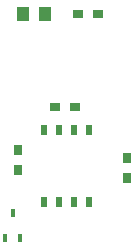
<source format=gbr>
G04 DipTrace 3.2.0.1*
G04 TopPaste.gbr*
%MOIN*%
G04 #@! TF.FileFunction,Paste,Top*
G04 #@! TF.Part,Single*
%ADD35R,0.022126X0.037126*%
%ADD37R,0.031496X0.035433*%
%ADD47R,0.043307X0.051181*%
%ADD49R,0.011811X0.025591*%
%ADD53R,0.035433X0.031496*%
%FSLAX26Y26*%
G04*
G70*
G90*
G75*
G01*
G04 TopPaste*
%LPD*%
D53*
X772639Y1072713D3*
X705710D3*
D49*
X539370Y633858D3*
X590556D3*
X564963Y716535D3*
D47*
X598425Y1381890D3*
X673228D3*
D37*
X582677Y862205D3*
Y929134D3*
X944882Y834646D3*
Y901575D3*
D53*
X850394Y1381890D3*
X783465D3*
D35*
X819636Y996157D3*
X769636D3*
X719636D3*
X669636D3*
Y755659D3*
X719636D3*
X769636D3*
X819636D3*
M02*

</source>
